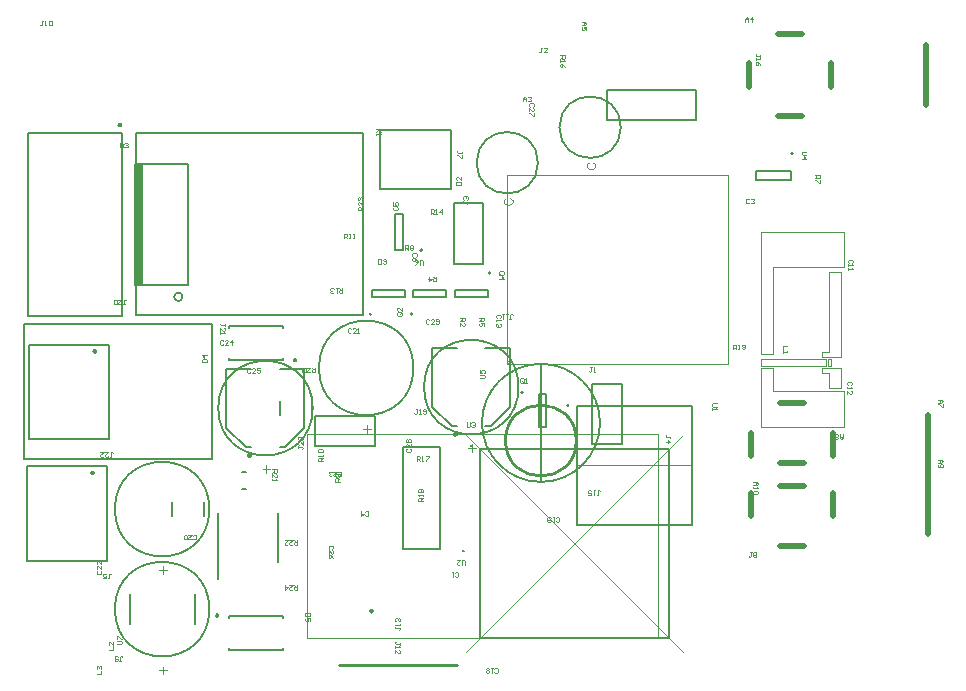
<source format=gto>
%FSLAX44Y44*%
%MOMM*%
G71*
G01*
G75*
G04 Layer_Color=65535*
G04:AMPARAMS|DCode=10|XSize=0.67mm|YSize=0.67mm|CornerRadius=0.1508mm|HoleSize=0mm|Usage=FLASHONLY|Rotation=90.000|XOffset=0mm|YOffset=0mm|HoleType=Round|Shape=RoundedRectangle|*
%AMROUNDEDRECTD10*
21,1,0.6700,0.3685,0,0,90.0*
21,1,0.3685,0.6700,0,0,90.0*
1,1,0.3015,0.1843,0.1843*
1,1,0.3015,0.1843,-0.1843*
1,1,0.3015,-0.1843,-0.1843*
1,1,0.3015,-0.1843,0.1843*
%
%ADD10ROUNDEDRECTD10*%
G04:AMPARAMS|DCode=11|XSize=0.67mm|YSize=0.67mm|CornerRadius=0.1508mm|HoleSize=0mm|Usage=FLASHONLY|Rotation=180.000|XOffset=0mm|YOffset=0mm|HoleType=Round|Shape=RoundedRectangle|*
%AMROUNDEDRECTD11*
21,1,0.6700,0.3685,0,0,180.0*
21,1,0.3685,0.6700,0,0,180.0*
1,1,0.3015,-0.1843,0.1843*
1,1,0.3015,0.1843,0.1843*
1,1,0.3015,0.1843,-0.1843*
1,1,0.3015,-0.1843,-0.1843*
%
%ADD11ROUNDEDRECTD11*%
G04:AMPARAMS|DCode=12|XSize=1.1mm|YSize=0.6mm|CornerRadius=0.201mm|HoleSize=0mm|Usage=FLASHONLY|Rotation=270.000|XOffset=0mm|YOffset=0mm|HoleType=Round|Shape=RoundedRectangle|*
%AMROUNDEDRECTD12*
21,1,1.1000,0.1980,0,0,270.0*
21,1,0.6980,0.6000,0,0,270.0*
1,1,0.4020,-0.0990,-0.3490*
1,1,0.4020,-0.0990,0.3490*
1,1,0.4020,0.0990,0.3490*
1,1,0.4020,0.0990,-0.3490*
%
%ADD12ROUNDEDRECTD12*%
G04:AMPARAMS|DCode=13|XSize=2.5mm|YSize=2mm|CornerRadius=0.25mm|HoleSize=0mm|Usage=FLASHONLY|Rotation=270.000|XOffset=0mm|YOffset=0mm|HoleType=Round|Shape=RoundedRectangle|*
%AMROUNDEDRECTD13*
21,1,2.5000,1.5000,0,0,270.0*
21,1,2.0000,2.0000,0,0,270.0*
1,1,0.5000,-0.7500,-1.0000*
1,1,0.5000,-0.7500,1.0000*
1,1,0.5000,0.7500,1.0000*
1,1,0.5000,0.7500,-1.0000*
%
%ADD13ROUNDEDRECTD13*%
G04:AMPARAMS|DCode=14|XSize=2.7mm|YSize=1.2mm|CornerRadius=0.21mm|HoleSize=0mm|Usage=FLASHONLY|Rotation=0.000|XOffset=0mm|YOffset=0mm|HoleType=Round|Shape=RoundedRectangle|*
%AMROUNDEDRECTD14*
21,1,2.7000,0.7800,0,0,0.0*
21,1,2.2800,1.2000,0,0,0.0*
1,1,0.4200,1.1400,-0.3900*
1,1,0.4200,-1.1400,-0.3900*
1,1,0.4200,-1.1400,0.3900*
1,1,0.4200,1.1400,0.3900*
%
%ADD14ROUNDEDRECTD14*%
G04:AMPARAMS|DCode=15|XSize=1.05mm|YSize=0.65mm|CornerRadius=0.2015mm|HoleSize=0mm|Usage=FLASHONLY|Rotation=90.000|XOffset=0mm|YOffset=0mm|HoleType=Round|Shape=RoundedRectangle|*
%AMROUNDEDRECTD15*
21,1,1.0500,0.2470,0,0,90.0*
21,1,0.6470,0.6500,0,0,90.0*
1,1,0.4030,0.1235,0.3235*
1,1,0.4030,0.1235,-0.3235*
1,1,0.4030,-0.1235,-0.3235*
1,1,0.4030,-0.1235,0.3235*
%
%ADD15ROUNDEDRECTD15*%
G04:AMPARAMS|DCode=16|XSize=2.5mm|YSize=2mm|CornerRadius=0.2mm|HoleSize=0mm|Usage=FLASHONLY|Rotation=90.000|XOffset=0mm|YOffset=0mm|HoleType=Round|Shape=RoundedRectangle|*
%AMROUNDEDRECTD16*
21,1,2.5000,1.6000,0,0,90.0*
21,1,2.1000,2.0000,0,0,90.0*
1,1,0.4000,0.8000,1.0500*
1,1,0.4000,0.8000,-1.0500*
1,1,0.4000,-0.8000,-1.0500*
1,1,0.4000,-0.8000,1.0500*
%
%ADD16ROUNDEDRECTD16*%
G04:AMPARAMS|DCode=17|XSize=2.3mm|YSize=0.5mm|CornerRadius=0.2mm|HoleSize=0mm|Usage=FLASHONLY|Rotation=90.000|XOffset=0mm|YOffset=0mm|HoleType=Round|Shape=RoundedRectangle|*
%AMROUNDEDRECTD17*
21,1,2.3000,0.1000,0,0,90.0*
21,1,1.9000,0.5000,0,0,90.0*
1,1,0.4000,0.0500,0.9500*
1,1,0.4000,0.0500,-0.9500*
1,1,0.4000,-0.0500,-0.9500*
1,1,0.4000,-0.0500,0.9500*
%
%ADD17ROUNDEDRECTD17*%
G04:AMPARAMS|DCode=18|XSize=1.1mm|YSize=0.6mm|CornerRadius=0.201mm|HoleSize=0mm|Usage=FLASHONLY|Rotation=180.000|XOffset=0mm|YOffset=0mm|HoleType=Round|Shape=RoundedRectangle|*
%AMROUNDEDRECTD18*
21,1,1.1000,0.1980,0,0,180.0*
21,1,0.6980,0.6000,0,0,180.0*
1,1,0.4020,-0.3490,0.0990*
1,1,0.4020,0.3490,0.0990*
1,1,0.4020,0.3490,-0.0990*
1,1,0.4020,-0.3490,-0.0990*
%
%ADD18ROUNDEDRECTD18*%
G04:AMPARAMS|DCode=19|XSize=1mm|YSize=0.95mm|CornerRadius=0.1995mm|HoleSize=0mm|Usage=FLASHONLY|Rotation=270.000|XOffset=0mm|YOffset=0mm|HoleType=Round|Shape=RoundedRectangle|*
%AMROUNDEDRECTD19*
21,1,1.0000,0.5510,0,0,270.0*
21,1,0.6010,0.9500,0,0,270.0*
1,1,0.3990,-0.2755,-0.3005*
1,1,0.3990,-0.2755,0.3005*
1,1,0.3990,0.2755,0.3005*
1,1,0.3990,0.2755,-0.3005*
%
%ADD19ROUNDEDRECTD19*%
%ADD20R,0.4000X1.4000*%
G04:AMPARAMS|DCode=21|XSize=1.8mm|YSize=1.9mm|CornerRadius=0.45mm|HoleSize=0mm|Usage=FLASHONLY|Rotation=0.000|XOffset=0mm|YOffset=0mm|HoleType=Round|Shape=RoundedRectangle|*
%AMROUNDEDRECTD21*
21,1,1.8000,1.0000,0,0,0.0*
21,1,0.9000,1.9000,0,0,0.0*
1,1,0.9000,0.4500,-0.5000*
1,1,0.9000,-0.4500,-0.5000*
1,1,0.9000,-0.4500,0.5000*
1,1,0.9000,0.4500,0.5000*
%
%ADD21ROUNDEDRECTD21*%
G04:AMPARAMS|DCode=22|XSize=0.7mm|YSize=1mm|CornerRadius=0.175mm|HoleSize=0mm|Usage=FLASHONLY|Rotation=180.000|XOffset=0mm|YOffset=0mm|HoleType=Round|Shape=RoundedRectangle|*
%AMROUNDEDRECTD22*
21,1,0.7000,0.6500,0,0,180.0*
21,1,0.3500,1.0000,0,0,180.0*
1,1,0.3500,-0.1750,0.3250*
1,1,0.3500,0.1750,0.3250*
1,1,0.3500,0.1750,-0.3250*
1,1,0.3500,-0.1750,-0.3250*
%
%ADD22ROUNDEDRECTD22*%
G04:AMPARAMS|DCode=23|XSize=0.8mm|YSize=2mm|CornerRadius=0.2mm|HoleSize=0mm|Usage=FLASHONLY|Rotation=180.000|XOffset=0mm|YOffset=0mm|HoleType=Round|Shape=RoundedRectangle|*
%AMROUNDEDRECTD23*
21,1,0.8000,1.6000,0,0,180.0*
21,1,0.4000,2.0000,0,0,180.0*
1,1,0.4000,-0.2000,0.8000*
1,1,0.4000,0.2000,0.8000*
1,1,0.4000,0.2000,-0.8000*
1,1,0.4000,-0.2000,-0.8000*
%
%ADD23ROUNDEDRECTD23*%
G04:AMPARAMS|DCode=24|XSize=1mm|YSize=0.9mm|CornerRadius=0.198mm|HoleSize=0mm|Usage=FLASHONLY|Rotation=180.000|XOffset=0mm|YOffset=0mm|HoleType=Round|Shape=RoundedRectangle|*
%AMROUNDEDRECTD24*
21,1,1.0000,0.5040,0,0,180.0*
21,1,0.6040,0.9000,0,0,180.0*
1,1,0.3960,-0.3020,0.2520*
1,1,0.3960,0.3020,0.2520*
1,1,0.3960,0.3020,-0.2520*
1,1,0.3960,-0.3020,-0.2520*
%
%ADD24ROUNDEDRECTD24*%
G04:AMPARAMS|DCode=25|XSize=1.05mm|YSize=0.65mm|CornerRadius=0.2015mm|HoleSize=0mm|Usage=FLASHONLY|Rotation=0.000|XOffset=0mm|YOffset=0mm|HoleType=Round|Shape=RoundedRectangle|*
%AMROUNDEDRECTD25*
21,1,1.0500,0.2470,0,0,0.0*
21,1,0.6470,0.6500,0,0,0.0*
1,1,0.4030,0.3235,-0.1235*
1,1,0.4030,-0.3235,-0.1235*
1,1,0.4030,-0.3235,0.1235*
1,1,0.4030,0.3235,0.1235*
%
%ADD25ROUNDEDRECTD25*%
G04:AMPARAMS|DCode=26|XSize=2.5mm|YSize=1.7mm|CornerRadius=0.204mm|HoleSize=0mm|Usage=FLASHONLY|Rotation=0.000|XOffset=0mm|YOffset=0mm|HoleType=Round|Shape=RoundedRectangle|*
%AMROUNDEDRECTD26*
21,1,2.5000,1.2920,0,0,0.0*
21,1,2.0920,1.7000,0,0,0.0*
1,1,0.4080,1.0460,-0.6460*
1,1,0.4080,-1.0460,-0.6460*
1,1,0.4080,-1.0460,0.6460*
1,1,0.4080,1.0460,0.6460*
%
%ADD26ROUNDEDRECTD26*%
G04:AMPARAMS|DCode=27|XSize=5.2mm|YSize=2mm|CornerRadius=0.25mm|HoleSize=0mm|Usage=FLASHONLY|Rotation=180.000|XOffset=0mm|YOffset=0mm|HoleType=Round|Shape=RoundedRectangle|*
%AMROUNDEDRECTD27*
21,1,5.2000,1.5000,0,0,180.0*
21,1,4.7000,2.0000,0,0,180.0*
1,1,0.5000,-2.3500,0.7500*
1,1,0.5000,2.3500,0.7500*
1,1,0.5000,2.3500,-0.7500*
1,1,0.5000,-2.3500,-0.7500*
%
%ADD27ROUNDEDRECTD27*%
G04:AMPARAMS|DCode=28|XSize=0.65mm|YSize=0.35mm|CornerRadius=0.0735mm|HoleSize=0mm|Usage=FLASHONLY|Rotation=0.000|XOffset=0mm|YOffset=0mm|HoleType=Round|Shape=RoundedRectangle|*
%AMROUNDEDRECTD28*
21,1,0.6500,0.2030,0,0,0.0*
21,1,0.5030,0.3500,0,0,0.0*
1,1,0.1470,0.2515,-0.1015*
1,1,0.1470,-0.2515,-0.1015*
1,1,0.1470,-0.2515,0.1015*
1,1,0.1470,0.2515,0.1015*
%
%ADD28ROUNDEDRECTD28*%
G04:AMPARAMS|DCode=29|XSize=0.62mm|YSize=0.62mm|CornerRadius=0.1488mm|HoleSize=0mm|Usage=FLASHONLY|Rotation=0.000|XOffset=0mm|YOffset=0mm|HoleType=Round|Shape=RoundedRectangle|*
%AMROUNDEDRECTD29*
21,1,0.6200,0.3224,0,0,0.0*
21,1,0.3224,0.6200,0,0,0.0*
1,1,0.2976,0.1612,-0.1612*
1,1,0.2976,-0.1612,-0.1612*
1,1,0.2976,-0.1612,0.1612*
1,1,0.2976,0.1612,0.1612*
%
%ADD29ROUNDEDRECTD29*%
G04:AMPARAMS|DCode=30|XSize=0.3mm|YSize=0.25mm|CornerRadius=0.0525mm|HoleSize=0mm|Usage=FLASHONLY|Rotation=0.000|XOffset=0mm|YOffset=0mm|HoleType=Round|Shape=RoundedRectangle|*
%AMROUNDEDRECTD30*
21,1,0.3000,0.1450,0,0,0.0*
21,1,0.1950,0.2500,0,0,0.0*
1,1,0.1050,0.0975,-0.0725*
1,1,0.1050,-0.0975,-0.0725*
1,1,0.1050,-0.0975,0.0725*
1,1,0.1050,0.0975,0.0725*
%
%ADD30ROUNDEDRECTD30*%
%ADD31O,1.5500X0.6000*%
G04:AMPARAMS|DCode=32|XSize=0.62mm|YSize=0.62mm|CornerRadius=0.1488mm|HoleSize=0mm|Usage=FLASHONLY|Rotation=270.000|XOffset=0mm|YOffset=0mm|HoleType=Round|Shape=RoundedRectangle|*
%AMROUNDEDRECTD32*
21,1,0.6200,0.3224,0,0,270.0*
21,1,0.3224,0.6200,0,0,270.0*
1,1,0.2976,-0.1612,-0.1612*
1,1,0.2976,-0.1612,0.1612*
1,1,0.2976,0.1612,0.1612*
1,1,0.2976,0.1612,-0.1612*
%
%ADD32ROUNDEDRECTD32*%
G04:AMPARAMS|DCode=33|XSize=1mm|YSize=0.95mm|CornerRadius=0.1995mm|HoleSize=0mm|Usage=FLASHONLY|Rotation=0.000|XOffset=0mm|YOffset=0mm|HoleType=Round|Shape=RoundedRectangle|*
%AMROUNDEDRECTD33*
21,1,1.0000,0.5510,0,0,0.0*
21,1,0.6010,0.9500,0,0,0.0*
1,1,0.3990,0.3005,-0.2755*
1,1,0.3990,-0.3005,-0.2755*
1,1,0.3990,-0.3005,0.2755*
1,1,0.3990,0.3005,0.2755*
%
%ADD33ROUNDEDRECTD33*%
%ADD34O,0.6000X1.5500*%
G04:AMPARAMS|DCode=35|XSize=3.3mm|YSize=1.65mm|CornerRadius=0.198mm|HoleSize=0mm|Usage=FLASHONLY|Rotation=90.000|XOffset=0mm|YOffset=0mm|HoleType=Round|Shape=RoundedRectangle|*
%AMROUNDEDRECTD35*
21,1,3.3000,1.2540,0,0,90.0*
21,1,2.9040,1.6500,0,0,90.0*
1,1,0.3960,0.6270,1.4520*
1,1,0.3960,0.6270,-1.4520*
1,1,0.3960,-0.6270,-1.4520*
1,1,0.3960,-0.6270,1.4520*
%
%ADD35ROUNDEDRECTD35*%
G04:AMPARAMS|DCode=36|XSize=1mm|YSize=0.9mm|CornerRadius=0.198mm|HoleSize=0mm|Usage=FLASHONLY|Rotation=270.000|XOffset=0mm|YOffset=0mm|HoleType=Round|Shape=RoundedRectangle|*
%AMROUNDEDRECTD36*
21,1,1.0000,0.5040,0,0,270.0*
21,1,0.6040,0.9000,0,0,270.0*
1,1,0.3960,-0.2520,-0.3020*
1,1,0.3960,-0.2520,0.3020*
1,1,0.3960,0.2520,0.3020*
1,1,0.3960,0.2520,-0.3020*
%
%ADD36ROUNDEDRECTD36*%
G04:AMPARAMS|DCode=37|XSize=1.2mm|YSize=2mm|CornerRadius=0.3mm|HoleSize=0mm|Usage=FLASHONLY|Rotation=90.000|XOffset=0mm|YOffset=0mm|HoleType=Round|Shape=RoundedRectangle|*
%AMROUNDEDRECTD37*
21,1,1.2000,1.4000,0,0,90.0*
21,1,0.6000,2.0000,0,0,90.0*
1,1,0.6000,0.7000,0.3000*
1,1,0.6000,0.7000,-0.3000*
1,1,0.6000,-0.7000,-0.3000*
1,1,0.6000,-0.7000,0.3000*
%
%ADD37ROUNDEDRECTD37*%
G04:AMPARAMS|DCode=38|XSize=1.2mm|YSize=1.2mm|CornerRadius=0.198mm|HoleSize=0mm|Usage=FLASHONLY|Rotation=90.000|XOffset=0mm|YOffset=0mm|HoleType=Round|Shape=RoundedRectangle|*
%AMROUNDEDRECTD38*
21,1,1.2000,0.8040,0,0,90.0*
21,1,0.8040,1.2000,0,0,90.0*
1,1,0.3960,0.4020,0.4020*
1,1,0.3960,0.4020,-0.4020*
1,1,0.3960,-0.4020,-0.4020*
1,1,0.3960,-0.4020,0.4020*
%
%ADD38ROUNDEDRECTD38*%
G04:AMPARAMS|DCode=39|XSize=1.45mm|YSize=0.95mm|CornerRadius=0.1995mm|HoleSize=0mm|Usage=FLASHONLY|Rotation=90.000|XOffset=0mm|YOffset=0mm|HoleType=Round|Shape=RoundedRectangle|*
%AMROUNDEDRECTD39*
21,1,1.4500,0.5510,0,0,90.0*
21,1,1.0510,0.9500,0,0,90.0*
1,1,0.3990,0.2755,0.5255*
1,1,0.3990,0.2755,-0.5255*
1,1,0.3990,-0.2755,-0.5255*
1,1,0.3990,-0.2755,0.5255*
%
%ADD39ROUNDEDRECTD39*%
G04:AMPARAMS|DCode=40|XSize=0.3mm|YSize=0.65mm|CornerRadius=0.0495mm|HoleSize=0mm|Usage=FLASHONLY|Rotation=90.000|XOffset=0mm|YOffset=0mm|HoleType=Round|Shape=RoundedRectangle|*
%AMROUNDEDRECTD40*
21,1,0.3000,0.5510,0,0,90.0*
21,1,0.2010,0.6500,0,0,90.0*
1,1,0.0990,0.2755,0.1005*
1,1,0.0990,0.2755,-0.1005*
1,1,0.0990,-0.2755,-0.1005*
1,1,0.0990,-0.2755,0.1005*
%
%ADD40ROUNDEDRECTD40*%
G04:AMPARAMS|DCode=41|XSize=0.5mm|YSize=0.21mm|CornerRadius=0.0347mm|HoleSize=0mm|Usage=FLASHONLY|Rotation=90.000|XOffset=0mm|YOffset=0mm|HoleType=Round|Shape=RoundedRectangle|*
%AMROUNDEDRECTD41*
21,1,0.5000,0.1407,0,0,90.0*
21,1,0.4307,0.2100,0,0,90.0*
1,1,0.0693,0.0704,0.2154*
1,1,0.0693,0.0704,-0.2154*
1,1,0.0693,-0.0704,-0.2154*
1,1,0.0693,-0.0704,0.2154*
%
%ADD41ROUNDEDRECTD41*%
G04:AMPARAMS|DCode=42|XSize=0.7mm|YSize=1.5mm|CornerRadius=0.175mm|HoleSize=0mm|Usage=FLASHONLY|Rotation=0.000|XOffset=0mm|YOffset=0mm|HoleType=Round|Shape=RoundedRectangle|*
%AMROUNDEDRECTD42*
21,1,0.7000,1.1500,0,0,0.0*
21,1,0.3500,1.5000,0,0,0.0*
1,1,0.3500,0.1750,-0.5750*
1,1,0.3500,-0.1750,-0.5750*
1,1,0.3500,-0.1750,0.5750*
1,1,0.3500,0.1750,0.5750*
%
%ADD42ROUNDEDRECTD42*%
%ADD43O,2.5000X0.5000*%
%ADD44O,0.5000X2.5000*%
%ADD45O,1.8000X0.8000*%
%ADD46O,2.5000X1.0000*%
G04:AMPARAMS|DCode=47|XSize=0.8mm|YSize=2mm|CornerRadius=0.2mm|HoleSize=0mm|Usage=FLASHONLY|Rotation=270.000|XOffset=0mm|YOffset=0mm|HoleType=Round|Shape=RoundedRectangle|*
%AMROUNDEDRECTD47*
21,1,0.8000,1.6000,0,0,270.0*
21,1,0.4000,2.0000,0,0,270.0*
1,1,0.4000,-0.8000,-0.2000*
1,1,0.4000,-0.8000,0.2000*
1,1,0.4000,0.8000,0.2000*
1,1,0.4000,0.8000,-0.2000*
%
%ADD47ROUNDEDRECTD47*%
G04:AMPARAMS|DCode=48|XSize=0.7mm|YSize=1mm|CornerRadius=0.175mm|HoleSize=0mm|Usage=FLASHONLY|Rotation=90.000|XOffset=0mm|YOffset=0mm|HoleType=Round|Shape=RoundedRectangle|*
%AMROUNDEDRECTD48*
21,1,0.7000,0.6500,0,0,90.0*
21,1,0.3500,1.0000,0,0,90.0*
1,1,0.3500,0.3250,0.1750*
1,1,0.3500,0.3250,-0.1750*
1,1,0.3500,-0.3250,-0.1750*
1,1,0.3500,-0.3250,0.1750*
%
%ADD48ROUNDEDRECTD48*%
%ADD49O,0.7000X2.5000*%
%ADD50O,2.5000X0.7000*%
%ADD51C,0.5000*%
%ADD52C,0.4000*%
%ADD53C,0.7000*%
%ADD54C,0.2500*%
%ADD55C,0.2000*%
%ADD56C,0.3000*%
%ADD57C,1.0000*%
%ADD58C,0.6000*%
%ADD59C,0.8000*%
%ADD60C,0.9000*%
%ADD61C,1.8000*%
G04:AMPARAMS|DCode=62|XSize=1.3mm|YSize=1.3mm|CornerRadius=0.1625mm|HoleSize=0mm|Usage=FLASHONLY|Rotation=0.000|XOffset=0mm|YOffset=0mm|HoleType=Round|Shape=RoundedRectangle|*
%AMROUNDEDRECTD62*
21,1,1.3000,0.9750,0,0,0.0*
21,1,0.9750,1.3000,0,0,0.0*
1,1,0.3250,0.4875,-0.4875*
1,1,0.3250,-0.4875,-0.4875*
1,1,0.3250,-0.4875,0.4875*
1,1,0.3250,0.4875,0.4875*
%
%ADD62ROUNDEDRECTD62*%
%ADD63C,1.3000*%
%ADD64C,7.0000*%
%ADD65C,0.1000*%
%ADD66C,0.5000*%
G04:AMPARAMS|DCode=67|XSize=2mm|YSize=2mm|CornerRadius=0.25mm|HoleSize=0mm|Usage=FLASHONLY|Rotation=90.000|XOffset=0mm|YOffset=0mm|HoleType=Round|Shape=RoundedRectangle|*
%AMROUNDEDRECTD67*
21,1,2.0000,1.5000,0,0,90.0*
21,1,1.5000,2.0000,0,0,90.0*
1,1,0.5000,0.7500,0.7500*
1,1,0.5000,0.7500,-0.7500*
1,1,0.5000,-0.7500,-0.7500*
1,1,0.5000,-0.7500,0.7500*
%
%ADD67ROUNDEDRECTD67*%
%ADD68C,2.0000*%
%ADD69C,2.5000*%
G04:AMPARAMS|DCode=70|XSize=1.85mm|YSize=1.85mm|CornerRadius=0.2313mm|HoleSize=0mm|Usage=FLASHONLY|Rotation=0.000|XOffset=0mm|YOffset=0mm|HoleType=Round|Shape=RoundedRectangle|*
%AMROUNDEDRECTD70*
21,1,1.8500,1.3875,0,0,0.0*
21,1,1.3875,1.8500,0,0,0.0*
1,1,0.4625,0.6937,-0.6937*
1,1,0.4625,-0.6937,-0.6937*
1,1,0.4625,-0.6937,0.6937*
1,1,0.4625,0.6937,0.6937*
%
%ADD70ROUNDEDRECTD70*%
%ADD71C,1.8500*%
%ADD72C,1.6000*%
%ADD73R,1.6000X1.6000*%
G04:AMPARAMS|DCode=74|XSize=1.3mm|YSize=1.3mm|CornerRadius=0.325mm|HoleSize=0mm|Usage=FLASHONLY|Rotation=90.000|XOffset=0mm|YOffset=0mm|HoleType=Round|Shape=RoundedRectangle|*
%AMROUNDEDRECTD74*
21,1,1.3000,0.6500,0,0,90.0*
21,1,0.6500,1.3000,0,0,90.0*
1,1,0.6500,0.3250,0.3250*
1,1,0.6500,0.3250,-0.3250*
1,1,0.6500,-0.3250,-0.3250*
1,1,0.6500,-0.3250,0.3250*
%
%ADD74ROUNDEDRECTD74*%
%ADD75R,2.5000X5.0000*%
%ADD76R,5.0000X2.5000*%
G04:AMPARAMS|DCode=77|XSize=1mm|YSize=1mm|CornerRadius=0.25mm|HoleSize=0mm|Usage=FLASHONLY|Rotation=0.000|XOffset=0mm|YOffset=0mm|HoleType=Round|Shape=RoundedRectangle|*
%AMROUNDEDRECTD77*
21,1,1.0000,0.5000,0,0,0.0*
21,1,0.5000,1.0000,0,0,0.0*
1,1,0.5000,0.2500,-0.2500*
1,1,0.5000,-0.2500,-0.2500*
1,1,0.5000,-0.2500,0.2500*
1,1,0.5000,0.2500,0.2500*
%
%ADD77ROUNDEDRECTD77*%
%ADD78C,2.2000*%
G04:AMPARAMS|DCode=79|XSize=1.6mm|YSize=1.6mm|CornerRadius=0.2mm|HoleSize=0mm|Usage=FLASHONLY|Rotation=90.000|XOffset=0mm|YOffset=0mm|HoleType=Round|Shape=RoundedRectangle|*
%AMROUNDEDRECTD79*
21,1,1.6000,1.2000,0,0,90.0*
21,1,1.2000,1.6000,0,0,90.0*
1,1,0.4000,0.6000,0.6000*
1,1,0.4000,0.6000,-0.6000*
1,1,0.4000,-0.6000,-0.6000*
1,1,0.4000,-0.6000,0.6000*
%
%ADD79ROUNDEDRECTD79*%
G04:AMPARAMS|DCode=80|XSize=1.4mm|YSize=1.4mm|CornerRadius=0.175mm|HoleSize=0mm|Usage=FLASHONLY|Rotation=90.000|XOffset=0mm|YOffset=0mm|HoleType=Round|Shape=RoundedRectangle|*
%AMROUNDEDRECTD80*
21,1,1.4000,1.0500,0,0,90.0*
21,1,1.0500,1.4000,0,0,90.0*
1,1,0.3500,0.5250,0.5250*
1,1,0.3500,0.5250,-0.5250*
1,1,0.3500,-0.5250,-0.5250*
1,1,0.3500,-0.5250,0.5250*
%
%ADD80ROUNDEDRECTD80*%
%ADD81C,1.0000*%
%ADD82C,0.6000*%
G04:AMPARAMS|DCode=83|XSize=1.15mm|YSize=2.1mm|CornerRadius=0.2875mm|HoleSize=0mm|Usage=FLASHONLY|Rotation=90.000|XOffset=0mm|YOffset=0mm|HoleType=Round|Shape=RoundedRectangle|*
%AMROUNDEDRECTD83*
21,1,1.1500,1.5250,0,0,90.0*
21,1,0.5750,2.1000,0,0,90.0*
1,1,0.5750,0.7625,0.2875*
1,1,0.5750,0.7625,-0.2875*
1,1,0.5750,-0.7625,-0.2875*
1,1,0.5750,-0.7625,0.2875*
%
%ADD83ROUNDEDRECTD83*%
G04:AMPARAMS|DCode=84|XSize=2.5mm|YSize=1.15mm|CornerRadius=0.3852mm|HoleSize=0mm|Usage=FLASHONLY|Rotation=0.000|XOffset=0mm|YOffset=0mm|HoleType=Round|Shape=RoundedRectangle|*
%AMROUNDEDRECTD84*
21,1,2.5000,0.3795,0,0,0.0*
21,1,1.7295,1.1500,0,0,0.0*
1,1,0.7705,0.8648,-0.1898*
1,1,0.7705,-0.8648,-0.1898*
1,1,0.7705,-0.8648,0.1898*
1,1,0.7705,0.8648,0.1898*
%
%ADD84ROUNDEDRECTD84*%
G04:AMPARAMS|DCode=85|XSize=1.3mm|YSize=1mm|CornerRadius=0.25mm|HoleSize=0mm|Usage=FLASHONLY|Rotation=0.000|XOffset=0mm|YOffset=0mm|HoleType=Round|Shape=RoundedRectangle|*
%AMROUNDEDRECTD85*
21,1,1.3000,0.5000,0,0,0.0*
21,1,0.8000,1.0000,0,0,0.0*
1,1,0.5000,0.4000,-0.2500*
1,1,0.5000,-0.4000,-0.2500*
1,1,0.5000,-0.4000,0.2500*
1,1,0.5000,0.4000,0.2500*
%
%ADD85ROUNDEDRECTD85*%
G04:AMPARAMS|DCode=86|XSize=2.35mm|YSize=1.15mm|CornerRadius=0.3852mm|HoleSize=0mm|Usage=FLASHONLY|Rotation=0.000|XOffset=0mm|YOffset=0mm|HoleType=Round|Shape=RoundedRectangle|*
%AMROUNDEDRECTD86*
21,1,2.3500,0.3795,0,0,0.0*
21,1,1.5795,1.1500,0,0,0.0*
1,1,0.7705,0.7897,-0.1898*
1,1,0.7705,-0.7897,-0.1898*
1,1,0.7705,-0.7897,0.1898*
1,1,0.7705,0.7897,0.1898*
%
%ADD86ROUNDEDRECTD86*%
G04:AMPARAMS|DCode=87|XSize=1mm|YSize=1.2mm|CornerRadius=0.165mm|HoleSize=0mm|Usage=FLASHONLY|Rotation=180.000|XOffset=0mm|YOffset=0mm|HoleType=Round|Shape=RoundedRectangle|*
%AMROUNDEDRECTD87*
21,1,1.0000,0.8700,0,0,180.0*
21,1,0.6700,1.2000,0,0,180.0*
1,1,0.3300,-0.3350,0.4350*
1,1,0.3300,0.3350,0.4350*
1,1,0.3300,0.3350,-0.4350*
1,1,0.3300,-0.3350,-0.4350*
%
%ADD87ROUNDEDRECTD87*%
G04:AMPARAMS|DCode=88|XSize=1.6mm|YSize=1.3mm|CornerRadius=0.2015mm|HoleSize=0mm|Usage=FLASHONLY|Rotation=90.000|XOffset=0mm|YOffset=0mm|HoleType=Round|Shape=RoundedRectangle|*
%AMROUNDEDRECTD88*
21,1,1.6000,0.8970,0,0,90.0*
21,1,1.1970,1.3000,0,0,90.0*
1,1,0.4030,0.4485,0.5985*
1,1,0.4030,0.4485,-0.5985*
1,1,0.4030,-0.4485,-0.5985*
1,1,0.4030,-0.4485,0.5985*
%
%ADD88ROUNDEDRECTD88*%
G04:AMPARAMS|DCode=89|XSize=0.7mm|YSize=2.5mm|CornerRadius=0.175mm|HoleSize=0mm|Usage=FLASHONLY|Rotation=180.000|XOffset=0mm|YOffset=0mm|HoleType=Round|Shape=RoundedRectangle|*
%AMROUNDEDRECTD89*
21,1,0.7000,2.1500,0,0,180.0*
21,1,0.3500,2.5000,0,0,180.0*
1,1,0.3500,-0.1750,1.0750*
1,1,0.3500,0.1750,1.0750*
1,1,0.3500,0.1750,-1.0750*
1,1,0.3500,-0.1750,-1.0750*
%
%ADD89ROUNDEDRECTD89*%
G04:AMPARAMS|DCode=90|XSize=1.45mm|YSize=1.15mm|CornerRadius=0.2013mm|HoleSize=0mm|Usage=FLASHONLY|Rotation=90.000|XOffset=0mm|YOffset=0mm|HoleType=Round|Shape=RoundedRectangle|*
%AMROUNDEDRECTD90*
21,1,1.4500,0.7475,0,0,90.0*
21,1,1.0475,1.1500,0,0,90.0*
1,1,0.4025,0.3738,0.5238*
1,1,0.4025,0.3738,-0.5238*
1,1,0.4025,-0.3738,-0.5238*
1,1,0.4025,-0.3738,0.5238*
%
%ADD90ROUNDEDRECTD90*%
G04:AMPARAMS|DCode=91|XSize=1.2mm|YSize=1.2mm|CornerRadius=0.198mm|HoleSize=0mm|Usage=FLASHONLY|Rotation=0.000|XOffset=0mm|YOffset=0mm|HoleType=Round|Shape=RoundedRectangle|*
%AMROUNDEDRECTD91*
21,1,1.2000,0.8040,0,0,0.0*
21,1,0.8040,1.2000,0,0,0.0*
1,1,0.3960,0.4020,-0.4020*
1,1,0.3960,-0.4020,-0.4020*
1,1,0.3960,-0.4020,0.4020*
1,1,0.3960,0.4020,0.4020*
%
%ADD91ROUNDEDRECTD91*%
%ADD92C,5.0000*%
%ADD93C,0.2540*%
%ADD94C,0.1500*%
%ADD95C,0.1000*%
%ADD96C,0.0500*%
%ADD97C,0.0100*%
%ADD98C,0.0750*%
G36*
X381289Y186884D02*
X381644Y186028D01*
X381289Y185173D01*
X380434Y184818D01*
X379578Y185173D01*
X379223Y186028D01*
X379578Y186884D01*
X380434Y187238D01*
X381289Y186884D01*
D02*
G37*
G36*
X462784Y221389D02*
X463138Y220533D01*
X462784Y219678D01*
X461928Y219323D01*
X461073Y219678D01*
X460718Y220533D01*
X461073Y221389D01*
X461928Y221743D01*
X462784Y221389D01*
D02*
G37*
G36*
X60519Y165144D02*
X61180Y164702D01*
X61622Y164040D01*
X61778Y163260D01*
X61622Y162479D01*
X61180Y161818D01*
X60519Y161376D01*
X59738Y161221D01*
X58958Y161376D01*
X58296Y161818D01*
X57854Y162479D01*
X57699Y163260D01*
X57854Y164040D01*
X58296Y164702D01*
X58958Y165144D01*
X59738Y165299D01*
X60519Y165144D01*
D02*
G37*
G36*
X165916Y44156D02*
X166518Y43754D01*
X166921Y43152D01*
X167062Y42442D01*
X166921Y41732D01*
X166518Y41130D01*
X165916Y40728D01*
X165206Y40586D01*
X164496Y40728D01*
X163894Y41130D01*
X163492Y41732D01*
X163351Y42442D01*
X163492Y43152D01*
X163894Y43754D01*
X164496Y44156D01*
X165206Y44298D01*
X165916Y44156D01*
D02*
G37*
G36*
X374456Y98156D02*
X374810Y97300D01*
X374456Y96444D01*
X373600Y96090D01*
X372744Y96444D01*
X372390Y97300D01*
X372744Y98156D01*
X373600Y98510D01*
X374456Y98156D01*
D02*
G37*
G36*
X231504Y260272D02*
X232106Y259870D01*
X232508Y259268D01*
X232649Y258558D01*
X232508Y257848D01*
X232106Y257246D01*
X231504Y256844D01*
X230794Y256702D01*
X230084Y256844D01*
X229482Y257246D01*
X229079Y257848D01*
X228938Y258558D01*
X229079Y259268D01*
X229482Y259870D01*
X230084Y260272D01*
X230794Y260414D01*
X231504Y260272D01*
D02*
G37*
G36*
X652948Y435148D02*
X653424Y434000D01*
X652948Y432852D01*
X651800Y432376D01*
X650652Y432852D01*
X650176Y434000D01*
X650652Y435148D01*
X651800Y435624D01*
X652948Y435148D01*
D02*
G37*
G36*
X83530Y459634D02*
X84192Y459192D01*
X84634Y458530D01*
X84789Y457750D01*
X84634Y456970D01*
X84192Y456308D01*
X83530Y455866D01*
X82750Y455711D01*
X81970Y455866D01*
X81308Y456308D01*
X80866Y456970D01*
X80711Y457750D01*
X80866Y458530D01*
X81308Y459192D01*
X81970Y459634D01*
X82750Y459789D01*
X83530Y459634D01*
D02*
G37*
G36*
X339148Y352898D02*
X339624Y351750D01*
X339148Y350602D01*
X338000Y350126D01*
X336852Y350602D01*
X336376Y351750D01*
X336852Y352898D01*
X338000Y353374D01*
X339148Y352898D01*
D02*
G37*
G36*
X62269Y268144D02*
X62930Y267702D01*
X63372Y267040D01*
X63528Y266260D01*
X63372Y265480D01*
X62930Y264818D01*
X62269Y264376D01*
X61488Y264221D01*
X60708Y264376D01*
X60047Y264818D01*
X59605Y265480D01*
X59449Y266260D01*
X59605Y267040D01*
X60047Y267702D01*
X60708Y268144D01*
X61488Y268299D01*
X62269Y268144D01*
D02*
G37*
G36*
X102250Y322250D02*
X95250D01*
Y424250D01*
X102250D01*
Y322250D01*
D02*
G37*
D51*
X765000Y474600D02*
Y525000D01*
Y474600D02*
Y500000D01*
X685000Y490000D02*
Y510000D01*
X640000Y535000D02*
X660000D01*
X640000Y465000D02*
X660000D01*
X615000Y490000D02*
Y510000D01*
X766750Y161850D02*
Y212250D01*
Y161850D02*
Y187250D01*
X686750Y177250D02*
Y197250D01*
X641750Y222250D02*
X661750D01*
X641750Y152250D02*
X661750D01*
X616750Y177250D02*
Y197250D01*
X766750Y111050D02*
Y161450D01*
Y111050D02*
Y136450D01*
X686750Y126450D02*
Y146450D01*
X641750Y171450D02*
X661750D01*
X641750Y101450D02*
X661750D01*
X616750Y126450D02*
Y146450D01*
D54*
X296731Y46250D02*
G03*
X296731Y46250I-1031J0D01*
G01*
X368000Y195750D02*
G03*
X368000Y195750I-1250J0D01*
G01*
X193750Y178000D02*
G03*
X193750Y178000I-1250J0D01*
G01*
D55*
X330457Y297500D02*
G03*
X330457Y297500I-707J0D01*
G01*
X135786Y312250D02*
G03*
X135786Y312250I-3535J0D01*
G01*
X396457Y332500D02*
G03*
X396457Y332500I-707J0D01*
G01*
X423707Y231200D02*
G03*
X423707Y231200I-707J0D01*
G01*
X158500Y132500D02*
G03*
X158500Y132500I-40000J0D01*
G01*
Y47750D02*
G03*
X158500Y47750I-40000J0D01*
G01*
X331250Y252000D02*
G03*
X331250Y252000I-40000J0D01*
G01*
X246000Y218000D02*
G03*
X246000Y218000I-40000J0D01*
G01*
X420250Y235750D02*
G03*
X420250Y235750I-40000J0D01*
G01*
X489250Y205500D02*
G03*
X489250Y205500I-50000J0D01*
G01*
X506900Y455800D02*
G03*
X506900Y455800I-26000J0D01*
G01*
X295407Y297500D02*
G03*
X295407Y297500I-707J0D01*
G01*
X436700Y425750D02*
G03*
X436700Y425750I-26000J0D01*
G01*
X621301Y411503D02*
X651299D01*
Y418497D01*
X621301D02*
X651299D01*
X621301Y411503D02*
Y418497D01*
X72000Y88750D02*
Y168750D01*
X4000Y88750D02*
X72000D01*
X4000D02*
Y168750D01*
X72000D01*
X494800Y462300D02*
Y487300D01*
Y462300D02*
X570800D01*
Y487300D01*
X494800D02*
X570800D01*
X315503Y382249D02*
X322497D01*
Y352251D02*
Y382249D01*
X315503Y352251D02*
X322497D01*
X315503D02*
Y382249D01*
X140250Y322250D02*
Y424250D01*
X95250D02*
X140250D01*
X95250Y322250D02*
Y424250D01*
Y322250D02*
X140250D01*
X303000Y403500D02*
Y453500D01*
Y403500D02*
X363000D01*
Y453500D01*
X303000D02*
X363000D01*
X220997Y13254D02*
Y15252D01*
X175000Y13250D02*
X220997Y13254D01*
X175000Y13250D02*
Y15250D01*
X175003Y40248D02*
Y42246D01*
X221000Y42250D01*
Y40250D02*
Y42250D01*
X91000Y35250D02*
Y60250D01*
X146000Y35250D02*
Y60250D01*
X175003Y285748D02*
Y287746D01*
X221000Y287750D01*
Y285750D02*
Y287750D01*
X220997Y258754D02*
Y260752D01*
X175000Y258750D02*
X220997Y258754D01*
X175000Y258750D02*
Y260750D01*
X353600Y98300D02*
Y185300D01*
X322600D02*
X353600D01*
X322600Y98300D02*
Y185300D01*
Y98300D02*
X353600D01*
X347250Y268750D02*
X368250D01*
X347250Y219250D02*
Y268750D01*
Y219250D02*
X363750Y202750D01*
X368250D01*
X392250Y268750D02*
X413250D01*
Y219250D02*
Y268750D01*
X396750Y202750D02*
X413250Y219250D01*
X392250Y202750D02*
X396750D01*
X173000Y251000D02*
X194000D01*
X173000Y201500D02*
Y251000D01*
Y201500D02*
X189500Y185000D01*
X194000D01*
X218000Y251000D02*
X239000D01*
Y201500D02*
Y251000D01*
X222500Y185000D02*
X239000Y201500D01*
X218000Y185000D02*
X222500D01*
X298750Y186000D02*
Y211000D01*
X247750D02*
X298750D01*
X247750Y186000D02*
Y211000D01*
Y186000D02*
X298750D01*
X1736Y174591D02*
Y289403D01*
Y174591D02*
X160452D01*
Y289403D01*
X1736D02*
X160452D01*
X5750Y271750D02*
X73750D01*
X5750Y191750D02*
Y271750D01*
Y191750D02*
X73750D01*
Y271750D01*
X439250Y155500D02*
Y255500D01*
Y174000D02*
Y187000D01*
X84750Y295750D02*
Y450750D01*
X4750Y295750D02*
X84750D01*
X4750D02*
Y450750D01*
X84750D01*
X365499Y391250D02*
X390499D01*
X365499Y340250D02*
Y391250D01*
Y340250D02*
X390499D01*
Y391250D01*
X482700Y187750D02*
X507700D01*
Y238750D01*
X482700D02*
X507700D01*
X482700Y187750D02*
Y238750D01*
X470000Y220000D02*
X567000D01*
Y119000D02*
Y220000D01*
X470000Y119000D02*
X567000D01*
X470000D02*
Y220000D01*
X387901Y183350D02*
X547901D01*
Y23350D02*
Y183350D01*
X387901Y23350D02*
X547901D01*
X387901D02*
Y183350D01*
X96250Y450750D02*
X288250D01*
Y296750D02*
Y450750D01*
X96250Y296750D02*
X288250D01*
X96250D02*
Y450750D01*
D93*
X469250Y190500D02*
G03*
X469250Y190500I-30000J0D01*
G01*
X268200Y250D02*
X368200D01*
D94*
X127250Y126500D02*
Y138500D01*
X154250Y126500D02*
Y138500D01*
X331250Y312000D02*
Y318000D01*
X359250D01*
Y312000D02*
Y318000D01*
X331250Y312000D02*
X359250D01*
X366250Y318000D02*
X394250D01*
X366250Y312000D02*
Y318000D01*
Y312000D02*
X394250D01*
Y318000D01*
X437500Y201700D02*
Y229700D01*
Y201700D02*
X443500D01*
Y229700D01*
X437500D02*
X443500D01*
X218500Y212000D02*
Y224000D01*
X245500Y212000D02*
Y224000D01*
X165700Y73401D02*
Y128901D01*
X216700Y87900D02*
Y128901D01*
X296200Y312000D02*
X324200D01*
Y318000D01*
X296200D02*
X324200D01*
X296200Y312000D02*
Y318000D01*
X185800Y149800D02*
X189800D01*
X185800Y163800D02*
X189800D01*
D95*
X241200Y23700D02*
X538200D01*
X241200D02*
Y195700D01*
X538200D01*
Y23700D02*
Y195700D01*
X470000Y169500D02*
X567000D01*
X375901Y11350D02*
X559901Y195350D01*
X375901D02*
X559901Y11350D01*
X269097Y155837D02*
X265098D01*
Y157836D01*
X265765Y158503D01*
X267098D01*
X267764Y157836D01*
Y155837D01*
Y157170D02*
X269097Y158503D01*
X268431Y159836D02*
X269097Y160502D01*
Y161835D01*
X268431Y162502D01*
X265765D01*
X265098Y161835D01*
Y160502D01*
X265765Y159836D01*
X266431D01*
X267098Y160502D01*
Y162502D01*
X254728Y173169D02*
X250729D01*
Y175168D01*
X251396Y175835D01*
X252729D01*
X253395Y175168D01*
Y173169D01*
Y174502D02*
X254728Y175835D01*
Y177168D02*
Y178501D01*
Y177834D01*
X250729D01*
X251396Y177168D01*
Y180500D02*
X250729Y181166D01*
Y182499D01*
X251396Y183166D01*
X254062D01*
X254728Y182499D01*
Y181166D01*
X254062Y180500D01*
X251396D01*
X72545Y73824D02*
X73878D01*
X73212D01*
Y77157D01*
X73878Y77823D01*
X74545D01*
X75211Y77157D01*
X68547Y73824D02*
X71212D01*
Y75824D01*
X69879Y75157D01*
X69213D01*
X68547Y75824D01*
Y77157D01*
X69213Y77823D01*
X70546D01*
X71212Y77157D01*
X320835Y298997D02*
X318169D01*
X317502Y298330D01*
Y296998D01*
X318169Y296331D01*
X320835D01*
X321501Y296998D01*
Y298330D01*
X320168Y297664D02*
X321501Y298997D01*
Y298330D02*
X320835Y298997D01*
X321501Y302995D02*
Y300330D01*
X318835Y302995D01*
X318169D01*
X317502Y302329D01*
Y300996D01*
X318169Y300330D01*
X455503Y516563D02*
X459502D01*
Y514564D01*
X458835Y513897D01*
X457502D01*
X456836Y514564D01*
Y516563D01*
Y515230D02*
X455503Y513897D01*
Y512564D02*
Y511231D01*
Y511898D01*
X459502D01*
X458835Y512564D01*
X459502Y506566D02*
X458835Y507899D01*
X457502Y509232D01*
X456169D01*
X455503Y508566D01*
Y507233D01*
X456169Y506566D01*
X456836D01*
X457502Y507233D01*
Y509232D01*
X85237Y439321D02*
Y441987D01*
X84570Y442654D01*
X83237D01*
X82571Y441987D01*
Y439321D01*
X83237Y438655D01*
X84570D01*
X83904Y439988D02*
X85237Y438655D01*
X84570D02*
X85237Y439321D01*
X86570Y441987D02*
X87236Y442654D01*
X88569D01*
X89235Y441987D01*
Y441321D01*
X88569Y440654D01*
X87903D01*
X88569D01*
X89235Y439988D01*
Y439321D01*
X88569Y438655D01*
X87236D01*
X86570Y439321D01*
X625064Y515441D02*
Y516774D01*
Y516108D01*
X621731D01*
X621065Y516774D01*
Y517440D01*
X621731Y518107D01*
X621065Y514108D02*
Y512775D01*
Y513442D01*
X625064D01*
X624397Y514108D01*
X625064Y508110D02*
X624397Y509443D01*
X623064Y510776D01*
X621731D01*
X621065Y510110D01*
Y508777D01*
X621731Y508110D01*
X622398D01*
X623064Y508777D01*
Y510776D01*
X617741Y96036D02*
X616408D01*
X617075D01*
Y92704D01*
X616408Y92037D01*
X615742D01*
X615075Y92704D01*
X619074Y95369D02*
X619740Y96036D01*
X621073D01*
X621740Y95369D01*
Y94703D01*
X621073Y94036D01*
X621740Y93370D01*
Y92704D01*
X621073Y92037D01*
X619740D01*
X619074Y92704D01*
Y93370D01*
X619740Y94036D01*
X619074Y94703D01*
Y95369D01*
X619740Y94036D02*
X621073D01*
X82259Y3964D02*
X83592D01*
X82926D01*
Y7297D01*
X83592Y7963D01*
X84259D01*
X84925Y7297D01*
X80926D02*
X80260Y7963D01*
X78927D01*
X78260Y7297D01*
Y4631D01*
X78927Y3964D01*
X80260D01*
X80926Y4631D01*
Y5297D01*
X80260Y5964D01*
X78260D01*
X17741Y546036D02*
X16408D01*
X17074D01*
Y542703D01*
X16408Y542037D01*
X15741D01*
X15075Y542703D01*
X19074Y542037D02*
X20407D01*
X19740D01*
Y546036D01*
X19074Y545369D01*
X22406D02*
X23072Y546036D01*
X24405D01*
X25072Y545369D01*
Y542703D01*
X24405Y542037D01*
X23072D01*
X22406Y542703D01*
Y545369D01*
X612027Y545085D02*
Y547751D01*
X613360Y549084D01*
X614693Y547751D01*
Y545085D01*
Y547084D01*
X612027D01*
X618025Y545085D02*
Y549084D01*
X616026Y547084D01*
X618691D01*
X424261Y477645D02*
Y480311D01*
X425594Y481644D01*
X426927Y480311D01*
Y477645D01*
Y479644D01*
X424261D01*
X428260Y480977D02*
X428926Y481644D01*
X430259D01*
X430925Y480977D01*
Y480311D01*
X430259Y479644D01*
X429593D01*
X430259D01*
X430925Y478978D01*
Y478312D01*
X430259Y477645D01*
X428926D01*
X428260Y478312D01*
X85391Y305878D02*
X86724D01*
X86058D01*
Y309210D01*
X86724Y309877D01*
X87391D01*
X88057Y309210D01*
X81392Y309877D02*
X84058D01*
X81392Y307211D01*
Y306545D01*
X82059Y305878D01*
X83392D01*
X84058Y306545D01*
X80060D02*
X79393Y305878D01*
X78060D01*
X77394Y306545D01*
Y309210D01*
X78060Y309877D01*
X79393D01*
X80060Y309210D01*
Y306545D01*
X367752Y407081D02*
X371751D01*
Y409080D01*
X371085Y409747D01*
X368419D01*
X367752Y409080D01*
Y407081D01*
X371751Y413745D02*
Y411080D01*
X369085Y413745D01*
X368419D01*
X367752Y413079D01*
Y411746D01*
X368419Y411080D01*
X373554Y393237D02*
Y391904D01*
Y392570D01*
X376886D01*
X377553Y391904D01*
Y391237D01*
X376886Y390571D01*
X374221Y394570D02*
X373554Y395236D01*
Y396569D01*
X374221Y397235D01*
X374887D01*
X375554Y396569D01*
Y395903D01*
Y396569D01*
X376220Y397235D01*
X376886D01*
X377553Y396569D01*
Y395236D01*
X376886Y394570D01*
X440259Y523172D02*
X438926D01*
X439592D01*
Y519839D01*
X438926Y519173D01*
X438259D01*
X437593Y519839D01*
X444258Y519173D02*
X441592D01*
X444258Y521839D01*
Y522505D01*
X443591Y523172D01*
X442258D01*
X441592Y522505D01*
X339193Y339502D02*
Y342835D01*
X338527Y343501D01*
X337194D01*
X336527Y342835D01*
Y339502D01*
X332528D02*
X333861Y340169D01*
X335194Y341502D01*
Y342835D01*
X334528Y343501D01*
X333195D01*
X332528Y342835D01*
Y342168D01*
X333195Y341502D01*
X335194D01*
X80648Y18357D02*
X83981D01*
X84647Y19024D01*
Y20357D01*
X83981Y21023D01*
X80648D01*
Y22356D02*
Y25022D01*
X81315D01*
X83981Y22356D01*
X84647D01*
X372432Y433701D02*
Y435034D01*
Y434368D01*
X369099D01*
X368433Y435034D01*
Y435701D01*
X369099Y436367D01*
X372432Y432368D02*
Y429702D01*
X371765D01*
X369099Y432368D01*
X368433D01*
X314951Y388185D02*
X314284Y387518D01*
Y386185D01*
X314951Y385519D01*
X317617D01*
X318283Y386185D01*
Y387518D01*
X317617Y388185D01*
X314284Y392183D02*
Y389518D01*
X316284D01*
X315617Y390851D01*
Y391517D01*
X316284Y392183D01*
X317617D01*
X318283Y391517D01*
Y390184D01*
X317617Y389518D01*
X144815Y107451D02*
X145482Y106784D01*
X146815D01*
X147481Y107451D01*
Y110117D01*
X146815Y110783D01*
X145482D01*
X144815Y110117D01*
X140816Y110783D02*
X143482D01*
X140816Y108117D01*
Y107451D01*
X141483Y106784D01*
X142816D01*
X143482Y107451D01*
X139484D02*
X138817Y106784D01*
X137484D01*
X136818Y107451D01*
Y110117D01*
X137484Y110783D01*
X138817D01*
X139484Y110117D01*
Y107451D01*
X316107Y32768D02*
Y31435D01*
Y32101D01*
X319440D01*
X320106Y31435D01*
Y30768D01*
X319440Y30102D01*
X320106Y34101D02*
Y35434D01*
Y34767D01*
X316107D01*
X316774Y34101D01*
Y37433D02*
X316107Y38099D01*
Y39432D01*
X316774Y40099D01*
X317440D01*
X318107Y39432D01*
Y38766D01*
Y39432D01*
X318773Y40099D01*
X319440D01*
X320106Y39432D01*
Y38099D01*
X319440Y37433D01*
X319949Y17584D02*
Y18917D01*
Y18250D01*
X316616D01*
X315950Y18917D01*
Y19583D01*
X316616Y20250D01*
X315950Y16251D02*
Y14918D01*
Y15585D01*
X319949D01*
X319282Y16251D01*
X315950Y10253D02*
Y12919D01*
X318616Y10253D01*
X319282D01*
X319949Y10919D01*
Y12252D01*
X319282Y12919D01*
X404665Y331003D02*
X407331D01*
X407998Y331670D01*
Y333003D01*
X407331Y333669D01*
X404665D01*
X403999Y333003D01*
Y331670D01*
X405332Y332336D02*
X403999Y331003D01*
Y331670D02*
X404665Y331003D01*
X403999Y327671D02*
X407998D01*
X405998Y329670D01*
Y327005D01*
X345769Y382209D02*
Y386208D01*
X347768D01*
X348435Y385541D01*
Y384208D01*
X347768Y383542D01*
X345769D01*
X347102D02*
X348435Y382209D01*
X349768D02*
X351101D01*
X350434D01*
Y386208D01*
X349768Y385541D01*
X355099Y382209D02*
Y386208D01*
X353100Y384208D01*
X355766D01*
X412544Y293298D02*
X413877D01*
X413210D01*
Y296630D01*
X413877Y297297D01*
X414543D01*
X415210Y296630D01*
X411211Y297297D02*
X409878D01*
X410545D01*
Y293298D01*
X411211Y293965D01*
X407879Y297297D02*
X406546D01*
X407212D01*
Y293298D01*
X407879Y293965D01*
X424497Y240115D02*
Y242781D01*
X423830Y243448D01*
X422497D01*
X421831Y242781D01*
Y240115D01*
X422497Y239449D01*
X423830D01*
X423164Y240782D02*
X424497Y239449D01*
X423830D02*
X424497Y240115D01*
X425830Y239449D02*
X427163D01*
X426496D01*
Y243448D01*
X425830Y242781D01*
X333799Y346315D02*
X334466Y346982D01*
Y348315D01*
X333799Y348981D01*
X331133D01*
X330467Y348315D01*
Y346982D01*
X331133Y346315D01*
X334466Y342317D02*
X333799Y343649D01*
X332466Y344982D01*
X331133D01*
X330467Y344316D01*
Y342983D01*
X331133Y342317D01*
X331800D01*
X332466Y342983D01*
Y344982D01*
X267561Y160947D02*
X268228Y160280D01*
X269561D01*
X270227Y160947D01*
Y163613D01*
X269561Y164279D01*
X268228D01*
X267561Y163613D01*
X263563Y164279D02*
X266228D01*
X263563Y161613D01*
Y160947D01*
X264229Y160280D01*
X265562D01*
X266228Y160947D01*
X262230D02*
X261563Y160280D01*
X260230D01*
X259564Y160947D01*
Y161613D01*
X260230Y162280D01*
X260897D01*
X260230D01*
X259564Y162946D01*
Y163613D01*
X260230Y164279D01*
X261563D01*
X262230Y163613D01*
X262753Y98861D02*
X263420Y99528D01*
Y100861D01*
X262753Y101527D01*
X260087D01*
X259421Y100861D01*
Y99528D01*
X260087Y98861D01*
X259421Y94862D02*
Y97528D01*
X262087Y94862D01*
X262753D01*
X263420Y95529D01*
Y96862D01*
X262753Y97528D01*
X263420Y90864D02*
X262753Y92197D01*
X261420Y93530D01*
X260087D01*
X259421Y92863D01*
Y91530D01*
X260087Y90864D01*
X260754D01*
X261420Y91530D01*
Y93530D01*
X278549Y285177D02*
X277882Y285844D01*
X276549D01*
X275883Y285177D01*
Y282511D01*
X276549Y281845D01*
X277882D01*
X278549Y282511D01*
X282547Y281845D02*
X279882D01*
X282547Y284511D01*
Y285177D01*
X281881Y285844D01*
X280548D01*
X279882Y285177D01*
X283880Y281845D02*
X285213D01*
X284547D01*
Y285844D01*
X283880Y285177D01*
X193299Y251177D02*
X192632Y251844D01*
X191299D01*
X190633Y251177D01*
Y248511D01*
X191299Y247845D01*
X192632D01*
X193299Y248511D01*
X197297Y247845D02*
X194632D01*
X197297Y250511D01*
Y251177D01*
X196631Y251844D01*
X195298D01*
X194632Y251177D01*
X201296Y251844D02*
X198630D01*
Y249844D01*
X199963Y250511D01*
X200630D01*
X201296Y249844D01*
Y248511D01*
X200630Y247845D01*
X199297D01*
X198630Y248511D01*
X152218Y256613D02*
X156217D01*
Y258612D01*
X155551Y259279D01*
X152885D01*
X152218Y258612D01*
Y256613D01*
X156217Y262611D02*
X152218D01*
X154218Y260612D01*
Y263277D01*
X243782Y44387D02*
X239783D01*
Y42388D01*
X240450Y41721D01*
X243115D01*
X243782Y42388D01*
Y44387D01*
Y37722D02*
Y40388D01*
X241782D01*
X242449Y39055D01*
Y38389D01*
X241782Y37722D01*
X240450D01*
X239783Y38389D01*
Y39722D01*
X240450Y40388D01*
X73226Y13587D02*
X77225D01*
Y16253D01*
Y20252D02*
Y17586D01*
X74559Y20252D01*
X73893D01*
X73226Y19585D01*
Y18252D01*
X73893Y17586D01*
X432767Y473321D02*
X433434Y473988D01*
Y475321D01*
X432767Y475987D01*
X430102D01*
X429435Y475321D01*
Y473988D01*
X430102Y473321D01*
X429435Y469323D02*
Y471988D01*
X432101Y469323D01*
X432767D01*
X433434Y469989D01*
Y471322D01*
X432767Y471988D01*
X433434Y467990D02*
Y465324D01*
X432767D01*
X430102Y467990D01*
X429435D01*
X63733Y80429D02*
X63066Y79762D01*
Y78429D01*
X63733Y77763D01*
X66399D01*
X67065Y78429D01*
Y79762D01*
X66399Y80429D01*
X67065Y84427D02*
Y81762D01*
X64399Y84427D01*
X63733D01*
X63066Y83761D01*
Y82428D01*
X63733Y81762D01*
X67065Y88426D02*
Y85760D01*
X64399Y88426D01*
X63733D01*
X63066Y87760D01*
Y86427D01*
X63733Y85760D01*
X63066Y-6987D02*
X67065D01*
Y-4321D01*
X63733Y-2988D02*
X63066Y-2322D01*
Y-989D01*
X63733Y-322D01*
X64399D01*
X65066Y-989D01*
Y-1655D01*
Y-989D01*
X65732Y-322D01*
X66399D01*
X67065Y-989D01*
Y-2322D01*
X66399Y-2988D01*
X404581Y294243D02*
X405248Y294910D01*
Y296243D01*
X404581Y296909D01*
X401916D01*
X401249Y296243D01*
Y294910D01*
X401916Y294243D01*
X401249Y292910D02*
Y291577D01*
Y292244D01*
X405248D01*
X404581Y292910D01*
Y289578D02*
X405248Y288912D01*
Y287579D01*
X404581Y286912D01*
X403915D01*
X403248Y287579D01*
Y288245D01*
Y287579D01*
X402582Y286912D01*
X401916D01*
X401249Y287579D01*
Y288912D01*
X401916Y289578D01*
X452043Y122119D02*
X452710Y121452D01*
X454043D01*
X454709Y122119D01*
Y124785D01*
X454043Y125451D01*
X452710D01*
X452043Y124785D01*
X450710Y125451D02*
X449377D01*
X450044D01*
Y121452D01*
X450710Y122119D01*
X447378Y124785D02*
X446712Y125451D01*
X445379D01*
X444712Y124785D01*
Y122119D01*
X445379Y121452D01*
X446712D01*
X447378Y122119D01*
Y122785D01*
X446712Y123452D01*
X444712D01*
X702681Y340943D02*
X703348Y341610D01*
Y342943D01*
X702681Y343609D01*
X700015D01*
X699349Y342943D01*
Y341610D01*
X700015Y340943D01*
X699349Y339610D02*
Y338277D01*
Y338944D01*
X703348D01*
X702681Y339610D01*
X699349Y336278D02*
Y334945D01*
Y335612D01*
X703348D01*
X702681Y336278D01*
X701665Y237411D02*
X702332Y238078D01*
Y239410D01*
X701665Y240077D01*
X698999D01*
X698333Y239410D01*
Y238078D01*
X698999Y237411D01*
X698333Y236078D02*
Y234745D01*
Y235412D01*
X702332D01*
X701665Y236078D01*
X698333Y230080D02*
Y232746D01*
X700999Y230080D01*
X701665D01*
X702332Y230747D01*
Y232080D01*
X701665Y232746D01*
X399843Y-5281D02*
X400510Y-5948D01*
X401843D01*
X402509Y-5281D01*
Y-2615D01*
X401843Y-1949D01*
X400510D01*
X399843Y-2615D01*
X398510Y-1949D02*
X397177D01*
X397844D01*
Y-5948D01*
X398510Y-5281D01*
X395178D02*
X394512Y-5948D01*
X393179D01*
X392512Y-5281D01*
Y-4615D01*
X393179Y-3948D01*
X392512Y-3282D01*
Y-2615D01*
X393179Y-1949D01*
X394512D01*
X395178Y-2615D01*
Y-3282D01*
X394512Y-3948D01*
X395178Y-4615D01*
Y-5281D01*
X394512Y-3948D02*
X393179D01*
X615757Y394681D02*
X615090Y395348D01*
X613757D01*
X613091Y394681D01*
Y392015D01*
X613757Y391349D01*
X615090D01*
X615757Y392015D01*
X617090Y394681D02*
X617756Y395348D01*
X619089D01*
X619756Y394681D01*
Y394015D01*
X619089Y393348D01*
X618423D01*
X619089D01*
X619756Y392682D01*
Y392015D01*
X619089Y391349D01*
X617756D01*
X617090Y392015D01*
X334689Y217288D02*
X333356D01*
X334022D01*
Y213955D01*
X333356Y213289D01*
X332690D01*
X332023Y213955D01*
X336022Y213289D02*
X337355D01*
X336688D01*
Y217288D01*
X336022Y216621D01*
X339354Y213955D02*
X340020Y213289D01*
X341353D01*
X342020Y213955D01*
Y216621D01*
X341353Y217288D01*
X340020D01*
X339354Y216621D01*
Y215955D01*
X340020Y215288D01*
X342020D01*
X647902Y270263D02*
X643903D01*
Y267597D01*
Y266264D02*
Y264931D01*
Y265598D01*
X647902D01*
X647235Y266264D01*
X324337Y351803D02*
Y355802D01*
X326336D01*
X327003Y355135D01*
Y353802D01*
X326336Y353136D01*
X324337D01*
X325670D02*
X327003Y351803D01*
X328336Y355135D02*
X329002Y355802D01*
X330335D01*
X331002Y355135D01*
Y354469D01*
X330335Y353802D01*
X331002Y353136D01*
Y352469D01*
X330335Y351803D01*
X329002D01*
X328336Y352469D01*
Y353136D01*
X329002Y353802D01*
X328336Y354469D01*
Y355135D01*
X329002Y353802D02*
X330335D01*
X334237Y173589D02*
Y177588D01*
X336236D01*
X336903Y176922D01*
Y175589D01*
X336236Y174922D01*
X334237D01*
X335570D02*
X336903Y173589D01*
X338236D02*
X339569D01*
X338902D01*
Y177588D01*
X338236Y176922D01*
X341568Y177588D02*
X344234D01*
Y176922D01*
X341568Y174256D01*
Y173589D01*
X339397Y139337D02*
X335398D01*
Y141336D01*
X336065Y142003D01*
X337398D01*
X338064Y141336D01*
Y139337D01*
Y140670D02*
X339397Y142003D01*
Y143336D02*
Y144669D01*
Y144002D01*
X335398D01*
X336065Y143336D01*
Y146668D02*
X335398Y147334D01*
Y148667D01*
X336065Y149334D01*
X336731D01*
X337398Y148667D01*
X338064Y149334D01*
X338731D01*
X339397Y148667D01*
Y147334D01*
X338731Y146668D01*
X338064D01*
X337398Y147334D01*
X336731Y146668D01*
X336065D01*
X337398Y147334D02*
Y148667D01*
X671103Y415063D02*
X675102D01*
Y413064D01*
X674435Y412397D01*
X673102D01*
X672436Y413064D01*
Y415063D01*
Y413730D02*
X671103Y412397D01*
X675102Y411064D02*
Y408399D01*
X674435D01*
X671769Y411064D01*
X671103D01*
X664048Y435193D02*
X660715D01*
X660049Y434527D01*
Y433194D01*
X660715Y432527D01*
X664048D01*
X660049Y429195D02*
X664048D01*
X662048Y431194D01*
Y428529D01*
X588158Y221951D02*
X584826D01*
X584159Y221285D01*
Y219952D01*
X584826Y219286D01*
X588158D01*
X584159Y217953D02*
Y216620D01*
Y217286D01*
X588158D01*
X587492Y217953D01*
X376334Y206028D02*
Y202696D01*
X377000Y202029D01*
X378333D01*
X378999Y202696D01*
Y206028D01*
X380332Y205362D02*
X380999Y206028D01*
X382332D01*
X382998Y205362D01*
Y204695D01*
X382332Y204029D01*
X381665D01*
X382332D01*
X382998Y203362D01*
Y202696D01*
X382332Y202029D01*
X380999D01*
X380332Y202696D01*
X374803Y85096D02*
Y88429D01*
X374137Y89095D01*
X372804D01*
X372137Y88429D01*
Y85096D01*
X368139Y89095D02*
X370804D01*
X368139Y86429D01*
Y85763D01*
X368805Y85096D01*
X370138D01*
X370804Y85763D01*
X290543Y127219D02*
X291210Y126552D01*
X292542D01*
X293209Y127219D01*
Y129885D01*
X292542Y130551D01*
X291210D01*
X290543Y129885D01*
X287211Y130551D02*
Y126552D01*
X289210Y128552D01*
X286544D01*
X366543Y76019D02*
X367210Y75352D01*
X368543D01*
X369209Y76019D01*
Y78685D01*
X368543Y79351D01*
X367210D01*
X366543Y78685D01*
X365210Y79351D02*
X363877D01*
X364544D01*
Y75352D01*
X365210Y76019D01*
X301437Y344272D02*
Y340273D01*
X303436D01*
X304103Y340939D01*
Y343605D01*
X303436Y344272D01*
X301437D01*
X305436Y343605D02*
X306102Y344272D01*
X307435D01*
X308102Y343605D01*
Y342939D01*
X307435Y342272D01*
X306769D01*
X307435D01*
X308102Y341606D01*
Y340939D01*
X307435Y340273D01*
X306102D01*
X305436Y340939D01*
X350663Y329197D02*
Y325198D01*
X348664D01*
X347997Y325865D01*
Y327198D01*
X348664Y327864D01*
X350663D01*
X349330D02*
X347997Y329197D01*
X344665D02*
Y325198D01*
X346664Y327198D01*
X343998D01*
X170439Y275053D02*
X169772Y275720D01*
X168439D01*
X167773Y275053D01*
Y272387D01*
X168439Y271721D01*
X169772D01*
X170439Y272387D01*
X174438Y271721D02*
X171772D01*
X174438Y274387D01*
Y275053D01*
X173771Y275720D01*
X172438D01*
X171772Y275053D01*
X177770Y271721D02*
Y275720D01*
X175770Y273720D01*
X178436D01*
X325483Y183679D02*
X324816Y183012D01*
Y181679D01*
X325483Y181013D01*
X328148D01*
X328815Y181679D01*
Y183012D01*
X328148Y183679D01*
X328815Y187677D02*
Y185012D01*
X326149Y187677D01*
X325483D01*
X324816Y187011D01*
Y185678D01*
X325483Y185012D01*
Y189010D02*
X324816Y189677D01*
Y191010D01*
X325483Y191676D01*
X326149D01*
X326816Y191010D01*
X327482Y191676D01*
X328148D01*
X328815Y191010D01*
Y189677D01*
X328148Y189010D01*
X327482D01*
X326816Y189677D01*
X326149Y189010D01*
X325483D01*
X326816Y189677D02*
Y191010D01*
X344689Y292803D02*
X344022Y293470D01*
X342689D01*
X342023Y292803D01*
Y290137D01*
X342689Y289471D01*
X344022D01*
X344689Y290137D01*
X348688Y289471D02*
X346022D01*
X348688Y292137D01*
Y292803D01*
X348021Y293470D01*
X346688D01*
X346022Y292803D01*
X350020Y290137D02*
X350687Y289471D01*
X352020D01*
X352686Y290137D01*
Y292803D01*
X352020Y293470D01*
X350687D01*
X350020Y292803D01*
Y292137D01*
X350687Y291470D01*
X352686D01*
X548774Y192449D02*
Y193782D01*
Y193116D01*
X545442D01*
X544775Y193782D01*
Y194449D01*
X545442Y195115D01*
X544775Y189117D02*
X548774D01*
X546774Y191116D01*
Y188451D01*
X486495Y144464D02*
X487828D01*
X487162D01*
Y147797D01*
X487828Y148463D01*
X488495D01*
X489161Y147797D01*
X485162Y148463D02*
X483829D01*
X484496D01*
Y144464D01*
X485162Y145131D01*
X479164Y144464D02*
X481830D01*
Y146464D01*
X480497Y145797D01*
X479831D01*
X479164Y146464D01*
Y147797D01*
X479831Y148463D01*
X481164D01*
X481830Y147797D01*
X171470Y287474D02*
Y288807D01*
Y288141D01*
X168137D01*
X167471Y288807D01*
Y289473D01*
X168137Y290140D01*
X167471Y283475D02*
Y286141D01*
X170137Y283475D01*
X170803D01*
X171470Y284142D01*
Y285475D01*
X170803Y286141D01*
X167471Y282143D02*
Y280810D01*
Y281476D01*
X171470D01*
X170803Y282143D01*
X74295Y176824D02*
X75628D01*
X74962D01*
Y180157D01*
X75628Y180823D01*
X76295D01*
X76961Y180157D01*
X70297Y180823D02*
X72962D01*
X70297Y178157D01*
Y177491D01*
X70963Y176824D01*
X72296D01*
X72962Y177491D01*
X66298Y180823D02*
X68964D01*
X66298Y178157D01*
Y177491D01*
X66964Y176824D01*
X68297D01*
X68964Y177491D01*
X233818Y185799D02*
Y184466D01*
Y185132D01*
X237151D01*
X237817Y184466D01*
Y183799D01*
X237151Y183133D01*
X237817Y189797D02*
Y187132D01*
X235151Y189797D01*
X234485D01*
X233818Y189131D01*
Y187798D01*
X234485Y187132D01*
Y191130D02*
X233818Y191797D01*
Y193130D01*
X234485Y193796D01*
X235151D01*
X235818Y193130D01*
Y192463D01*
Y193130D01*
X236484Y193796D01*
X237151D01*
X237817Y193130D01*
Y191797D01*
X237151Y191130D01*
X247981Y252291D02*
Y248292D01*
X245982D01*
X245315Y248959D01*
Y250292D01*
X245982Y250958D01*
X247981D01*
X246648D02*
X245315Y252291D01*
X241317D02*
X243982D01*
X241317Y249625D01*
Y248959D01*
X241983Y248292D01*
X243316D01*
X243982Y248959D01*
X239984D02*
X239317Y248292D01*
X237984D01*
X237318Y248959D01*
Y251625D01*
X237984Y252291D01*
X239317D01*
X239984Y251625D01*
Y248959D01*
X232931Y106192D02*
Y102193D01*
X230932D01*
X230265Y102859D01*
Y104192D01*
X230932Y104859D01*
X232931D01*
X231598D02*
X230265Y106192D01*
X226266D02*
X228932D01*
X226266Y103526D01*
Y102859D01*
X226933Y102193D01*
X228266D01*
X228932Y102859D01*
X222268Y106192D02*
X224934D01*
X222268Y103526D01*
Y102859D01*
X222934Y102193D01*
X224267D01*
X224934Y102859D01*
X288291Y385769D02*
X284292D01*
Y387768D01*
X284959Y388435D01*
X286292D01*
X286958Y387768D01*
Y385769D01*
Y387102D02*
X288291Y388435D01*
Y392434D02*
Y389768D01*
X285625Y392434D01*
X284959D01*
X284292Y391767D01*
Y390434D01*
X284959Y389768D01*
Y393766D02*
X284292Y394433D01*
Y395766D01*
X284959Y396432D01*
X285625D01*
X286292Y395766D01*
Y395099D01*
Y395766D01*
X286958Y396432D01*
X287624D01*
X288291Y395766D01*
Y394433D01*
X287624Y393766D01*
X232931Y68192D02*
Y64193D01*
X230932D01*
X230265Y64859D01*
Y66192D01*
X230932Y66859D01*
X232931D01*
X231598D02*
X230265Y68192D01*
X226266D02*
X228932D01*
X226266Y65526D01*
Y64859D01*
X226933Y64193D01*
X228266D01*
X228932Y64859D01*
X222934Y68192D02*
Y64193D01*
X224934Y66192D01*
X222268D01*
X387552Y243325D02*
X390884D01*
X391551Y243991D01*
Y245324D01*
X390884Y245991D01*
X387552D01*
Y249989D02*
Y247323D01*
X389552D01*
X388885Y248656D01*
Y249323D01*
X389552Y249989D01*
X390884D01*
X391551Y249323D01*
Y247990D01*
X390884Y247323D01*
X482499Y252682D02*
X481166D01*
X481832D01*
Y249349D01*
X481166Y248683D01*
X480499D01*
X479833Y249349D01*
X483831Y248683D02*
X485164D01*
X484498D01*
Y252682D01*
X483831Y252015D01*
X303564Y454403D02*
X299565D01*
X300898D01*
X303564Y451737D01*
X301564Y453736D01*
X299565Y451737D01*
Y450404D02*
Y449071D01*
Y449738D01*
X303564D01*
X302897Y450404D01*
X370809Y294231D02*
X374808D01*
Y292232D01*
X374141Y291565D01*
X372808D01*
X372142Y292232D01*
Y294231D01*
Y292898D02*
X370809Y291565D01*
Y287567D02*
Y290232D01*
X373475Y287567D01*
X374141D01*
X374808Y288233D01*
Y289566D01*
X374141Y290232D01*
X386809Y294231D02*
X390808D01*
Y292232D01*
X390141Y291565D01*
X388808D01*
X388142Y292232D01*
Y294231D01*
Y292898D02*
X386809Y291565D01*
X390808Y287567D02*
Y290232D01*
X388808D01*
X389475Y288899D01*
Y288233D01*
X388808Y287567D01*
X387476D01*
X386809Y288233D01*
Y289566D01*
X387476Y290232D01*
X211549Y166071D02*
X215548D01*
Y164072D01*
X214881Y163405D01*
X213548D01*
X212882Y164072D01*
Y166071D01*
Y164738D02*
X211549Y163405D01*
Y159406D02*
Y162072D01*
X214215Y159406D01*
X214881D01*
X215548Y160073D01*
Y161406D01*
X214881Y162072D01*
X211549Y158074D02*
Y156741D01*
Y157407D01*
X215548D01*
X214881Y158074D01*
X694989Y195667D02*
Y193001D01*
X693656Y191668D01*
X692323Y193001D01*
Y195667D01*
Y193667D01*
X694989D01*
X690990Y192334D02*
X690324Y191668D01*
X688991D01*
X688325Y192334D01*
Y193001D01*
X688991Y193667D01*
X688325Y194334D01*
Y195000D01*
X688991Y195667D01*
X690324D01*
X690990Y195000D01*
Y194334D01*
X690324Y193667D01*
X690990Y193001D01*
Y192334D01*
X690324Y193667D02*
X688991D01*
X473741Y544623D02*
X476407D01*
X477740Y543290D01*
X476407Y541957D01*
X473741D01*
X475740D01*
Y544623D01*
X477740Y537958D02*
Y540624D01*
X475740D01*
X476407Y539291D01*
Y538625D01*
X475740Y537958D01*
X474407D01*
X473741Y538625D01*
Y539958D01*
X474407Y540624D01*
X775321Y225223D02*
X777987D01*
X779320Y223890D01*
X777987Y222558D01*
X775321D01*
X777321D01*
Y225223D01*
X779320Y221225D02*
Y218559D01*
X778653D01*
X775988Y221225D01*
X775321D01*
X601987Y267803D02*
Y271802D01*
X603986D01*
X604653Y271135D01*
Y269802D01*
X603986Y269136D01*
X601987D01*
X603320D02*
X604653Y267803D01*
X605986D02*
X607319D01*
X606652D01*
Y271802D01*
X605986Y271135D01*
X609318Y268469D02*
X609984Y267803D01*
X611317D01*
X611984Y268469D01*
Y271135D01*
X611317Y271802D01*
X609984D01*
X609318Y271135D01*
Y270469D01*
X609984Y269802D01*
X611984D01*
X775321Y174423D02*
X777987D01*
X779320Y173090D01*
X777987Y171758D01*
X775321D01*
X777321D01*
Y174423D01*
X775988Y170425D02*
X775321Y169758D01*
Y168425D01*
X775988Y167759D01*
X778653D01*
X779320Y168425D01*
Y169758D01*
X778653Y170425D01*
X777987D01*
X777321Y169758D01*
Y167759D01*
X619095Y155373D02*
X621761D01*
X623094Y154040D01*
X621761Y152708D01*
X619095D01*
X621095D01*
Y155373D01*
X619095Y151375D02*
Y150042D01*
Y150708D01*
X623094D01*
X622427Y151375D01*
Y148042D02*
X623094Y147376D01*
Y146043D01*
X622427Y145377D01*
X619762D01*
X619095Y146043D01*
Y147376D01*
X619762Y148042D01*
X622427D01*
X272569Y361709D02*
Y365708D01*
X274568D01*
X275235Y365041D01*
Y363708D01*
X274568Y363042D01*
X272569D01*
X273902D02*
X275235Y361709D01*
X276568D02*
X277901D01*
X277234D01*
Y365708D01*
X276568Y365041D01*
X279900Y361709D02*
X281233D01*
X280566D01*
Y365708D01*
X279900Y365041D01*
X271031Y319291D02*
Y315292D01*
X269032D01*
X268365Y315959D01*
Y317292D01*
X269032Y317958D01*
X271031D01*
X269698D02*
X268365Y319291D01*
X267032D02*
X265699D01*
X266366D01*
Y315292D01*
X267032Y315959D01*
X263700D02*
X263034Y315292D01*
X261701D01*
X261034Y315959D01*
Y316625D01*
X261701Y317292D01*
X262367D01*
X261701D01*
X261034Y317958D01*
Y318625D01*
X261701Y319291D01*
X263034D01*
X263700Y318625D01*
D96*
X625800Y263600D02*
Y367100D01*
X695800D01*
Y337100D02*
Y367100D01*
X635800Y337100D02*
X695800D01*
X635800Y263600D02*
Y337100D01*
X625800Y263600D02*
X635800D01*
X625800Y232100D02*
Y252000D01*
X635800D01*
Y232100D02*
Y252000D01*
Y232100D02*
X695800D01*
X625800Y253500D02*
Y259500D01*
Y253500D02*
X680400D01*
Y259500D01*
X625800D02*
X680400D01*
X682400Y253500D02*
X685100D01*
X682400D02*
Y259500D01*
X685100D01*
Y253500D02*
Y259500D01*
X677600Y265500D02*
X683300D01*
X677600Y261000D02*
Y265500D01*
Y261000D02*
X683300D01*
X693300D02*
Y333100D01*
X683300Y265500D02*
Y333100D01*
X677600Y247500D02*
X683300D01*
Y235100D02*
Y247500D01*
Y235100D02*
X693300D01*
Y252000D01*
X677600D02*
X693300D01*
X625800Y202100D02*
Y232100D01*
Y202100D02*
X695800D01*
Y232100D01*
X677600Y247500D02*
X683300D01*
X677600D02*
Y252000D01*
X683300Y333100D02*
X693300D01*
X683300Y261000D02*
X693300D01*
D97*
X410700Y255400D02*
X597700D01*
Y415400D01*
X410700D02*
X597700D01*
X410700Y255400D02*
Y415400D01*
Y257400D02*
X412700Y255400D01*
X410700Y258400D02*
X413700Y255400D01*
X410700Y256400D02*
X411700Y255400D01*
D98*
X116036Y80750D02*
X122464D01*
X119250Y77536D02*
Y83964D01*
X116036Y-4000D02*
X122464D01*
X119250Y-7214D02*
Y-786D01*
X288786Y200250D02*
X295214D01*
X292000Y197036D02*
Y203464D01*
X203536Y166250D02*
X209964D01*
X206750Y163036D02*
Y169464D01*
X377786Y184000D02*
X384214D01*
X381000Y180786D02*
Y187214D01*
X479686Y425728D02*
X478972Y425371D01*
X478258Y424657D01*
X477901Y423943D01*
Y422514D01*
X478258Y421800D01*
X478972Y421086D01*
X479686Y420729D01*
X480757Y420372D01*
X482543D01*
X483614Y420729D01*
X484328Y421086D01*
X485042Y421800D01*
X485399Y422514D01*
Y423943D01*
X485042Y424657D01*
X484328Y425371D01*
X483614Y425728D01*
X409486Y395678D02*
X408772Y395321D01*
X408058Y394607D01*
X407701Y393893D01*
Y392464D01*
X408058Y391750D01*
X408772Y391036D01*
X409486Y390679D01*
X410557Y390322D01*
X412342D01*
X413414Y390679D01*
X414128Y391036D01*
X414842Y391750D01*
X415199Y392464D01*
Y393893D01*
X414842Y394607D01*
X414128Y395321D01*
X413414Y395678D01*
M02*

</source>
